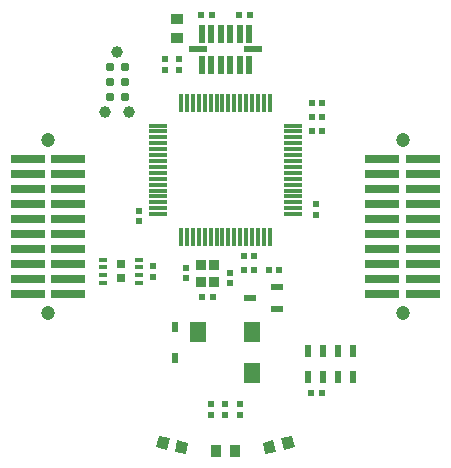
<source format=gts>
G04 #@! TF.FileFunction,Soldermask,Top*
%FSLAX46Y46*%
G04 Gerber Fmt 4.6, Leading zero omitted, Abs format (unit mm)*
G04 Created by KiCad (PCBNEW 0.201601071449+6428~40~ubuntu14.04.1-stable) date Tue 09 Feb 2016 22:19:13 GMT*
%MOMM*%
G01*
G04 APERTURE LIST*
%ADD10C,0.100000*%
%ADD11R,0.620000X0.620000*%
%ADD12R,1.000000X0.950000*%
%ADD13R,0.950000X1.000000*%
%ADD14R,0.650000X0.350000*%
%ADD15R,0.802000X0.802000*%
%ADD16R,0.550000X1.545000*%
%ADD17R,1.545000X0.550000*%
%ADD18R,0.600000X1.100000*%
%ADD19C,0.787000*%
%ADD20C,1.000000*%
%ADD21R,1.000000X0.600000*%
%ADD22R,2.920000X0.740000*%
%ADD23C,1.200000*%
%ADD24R,0.300000X1.500000*%
%ADD25R,1.500000X0.300000*%
%ADD26R,0.850000X0.950000*%
%ADD27R,1.400000X1.700000*%
%ADD28R,0.500000X0.900000*%
G04 APERTURE END LIST*
D10*
D11*
X93900000Y-103350000D03*
X93900000Y-104250000D03*
D12*
X95900000Y-82400000D03*
X95900000Y-84000000D03*
D11*
X97950000Y-82050000D03*
X98850000Y-82050000D03*
X102050000Y-82050000D03*
X101150000Y-82050000D03*
X107250000Y-114100000D03*
X108150000Y-114100000D03*
D10*
G36*
X96856494Y-118311458D02*
X96623049Y-119283828D01*
X95699298Y-119062054D01*
X95932743Y-118089684D01*
X96856494Y-118311458D01*
X96856494Y-118311458D01*
G37*
G36*
X95300702Y-117937946D02*
X95067257Y-118910316D01*
X94143506Y-118688542D01*
X94376951Y-117716172D01*
X95300702Y-117937946D01*
X95300702Y-117937946D01*
G37*
D13*
X100800000Y-119000000D03*
X99200000Y-119000000D03*
D10*
G36*
X105623049Y-117716172D02*
X105856494Y-118688542D01*
X104932743Y-118910316D01*
X104699298Y-117937946D01*
X105623049Y-117716172D01*
X105623049Y-117716172D01*
G37*
G36*
X104067257Y-118089684D02*
X104300702Y-119062054D01*
X103376951Y-119283828D01*
X103143506Y-118311458D01*
X104067257Y-118089684D01*
X104067257Y-118089684D01*
G37*
D14*
X92700000Y-104750000D03*
X92700000Y-104100000D03*
X92700000Y-103450000D03*
X92700000Y-102800000D03*
X89600000Y-102800000D03*
X89600000Y-103450000D03*
X89600000Y-104100000D03*
X89600000Y-104750000D03*
D15*
X91150000Y-104375000D03*
X91150000Y-103175000D03*
D16*
X102000000Y-83700000D03*
X101200000Y-83700000D03*
X100400000Y-83700000D03*
X99600000Y-83700000D03*
X98800000Y-83700000D03*
X98000000Y-83700000D03*
X98000000Y-86295000D03*
X98800000Y-86295000D03*
X99600000Y-86295000D03*
X100400000Y-86295000D03*
X101200000Y-86295000D03*
X102000000Y-86295000D03*
D17*
X102297500Y-85000000D03*
X97702500Y-85000000D03*
D18*
X107025000Y-112700000D03*
X108275000Y-112700000D03*
X109525000Y-112700000D03*
X110775000Y-112700000D03*
X110775000Y-110500000D03*
X109525000Y-110500000D03*
X108275000Y-110500000D03*
X107025000Y-110500000D03*
D19*
X90210000Y-86480000D03*
X91480000Y-86480000D03*
X90210000Y-87750000D03*
X91480000Y-87750000D03*
X90210000Y-89020000D03*
X91480000Y-89020000D03*
D20*
X90845000Y-85210000D03*
X89829000Y-90290000D03*
X91861000Y-90290000D03*
D21*
X104400000Y-107000000D03*
X104400000Y-105100000D03*
X102100000Y-106050000D03*
D11*
X103650000Y-103700000D03*
X104550000Y-103700000D03*
X98750000Y-115050000D03*
X98750000Y-115950000D03*
X100000000Y-115050000D03*
X100000000Y-115950000D03*
X101250000Y-115050000D03*
X101250000Y-115950000D03*
D22*
X113285000Y-94285000D03*
X116715000Y-94285000D03*
X113285000Y-95555000D03*
X116715000Y-95555000D03*
X113285000Y-96825000D03*
X116715000Y-96825000D03*
X113285000Y-98095000D03*
X116715000Y-98095000D03*
X113285000Y-99365000D03*
X116715000Y-99365000D03*
X113285000Y-100635000D03*
X116715000Y-100635000D03*
X113285000Y-101905000D03*
X116715000Y-101905000D03*
X113285000Y-103175000D03*
X116715000Y-103175000D03*
X113285000Y-104445000D03*
X116715000Y-104445000D03*
X113285000Y-105715000D03*
X116715000Y-105715000D03*
D23*
X115000000Y-107305000D03*
X115000000Y-92695000D03*
D11*
X96650000Y-104400000D03*
X96650000Y-103500000D03*
X108200000Y-90750000D03*
X107300000Y-90750000D03*
X92700000Y-98650000D03*
X92700000Y-99550000D03*
X101550000Y-103700000D03*
X102450000Y-103700000D03*
X98950000Y-106000000D03*
X98050000Y-106000000D03*
X107650000Y-99000000D03*
X107650000Y-98100000D03*
X94850000Y-85850000D03*
X94850000Y-86750000D03*
X101550000Y-102500000D03*
X102450000Y-102500000D03*
D24*
X96250000Y-100900000D03*
X96750000Y-100900000D03*
X97250000Y-100900000D03*
X97750000Y-100900000D03*
X98250000Y-100900000D03*
X98750000Y-100900000D03*
X99250000Y-100900000D03*
X99750000Y-100900000D03*
X100250000Y-100900000D03*
X100750000Y-100900000D03*
X101250000Y-100900000D03*
X101750000Y-100900000D03*
X102250000Y-100900000D03*
X102750000Y-100900000D03*
X103250000Y-100900000D03*
X103750000Y-100900000D03*
D25*
X105700000Y-98950000D03*
X105700000Y-98450000D03*
X105700000Y-97950000D03*
X105700000Y-97450000D03*
X105700000Y-96950000D03*
X105700000Y-96450000D03*
X105700000Y-95950000D03*
X105700000Y-95450000D03*
X105700000Y-94950000D03*
X105700000Y-94450000D03*
X105700000Y-93950000D03*
X105700000Y-93450000D03*
X105700000Y-92950000D03*
X105700000Y-92450000D03*
X105700000Y-91950000D03*
X105700000Y-91450000D03*
D24*
X103750000Y-89500000D03*
X103250000Y-89500000D03*
X102750000Y-89500000D03*
X102250000Y-89500000D03*
X101750000Y-89500000D03*
X101250000Y-89500000D03*
X100750000Y-89500000D03*
X100250000Y-89500000D03*
X99750000Y-89500000D03*
X99250000Y-89500000D03*
X98750000Y-89500000D03*
X98250000Y-89500000D03*
X97750000Y-89500000D03*
X97250000Y-89500000D03*
X96750000Y-89500000D03*
X96250000Y-89500000D03*
D25*
X94300000Y-91450000D03*
X94300000Y-91950000D03*
X94300000Y-92450000D03*
X94300000Y-92950000D03*
X94300000Y-93450000D03*
X94300000Y-93950000D03*
X94300000Y-94450000D03*
X94300000Y-94950000D03*
X94300000Y-95450000D03*
X94300000Y-95950000D03*
X94300000Y-96450000D03*
X94300000Y-96950000D03*
X94300000Y-97450000D03*
X94300000Y-97950000D03*
X94300000Y-98450000D03*
X94300000Y-98950000D03*
D22*
X83285000Y-94285000D03*
X86715000Y-94285000D03*
X83285000Y-95555000D03*
X86715000Y-95555000D03*
X83285000Y-96825000D03*
X86715000Y-96825000D03*
X83285000Y-98095000D03*
X86715000Y-98095000D03*
X83285000Y-99365000D03*
X86715000Y-99365000D03*
X83285000Y-100635000D03*
X86715000Y-100635000D03*
X83285000Y-101905000D03*
X86715000Y-101905000D03*
X83285000Y-103175000D03*
X86715000Y-103175000D03*
X83285000Y-104445000D03*
X86715000Y-104445000D03*
X83285000Y-105715000D03*
X86715000Y-105715000D03*
D26*
X97925000Y-103225000D03*
X97925000Y-104675000D03*
X99075000Y-104675000D03*
X99075000Y-103225000D03*
D23*
X85000000Y-107305000D03*
X85000000Y-92695000D03*
D11*
X100350000Y-104800000D03*
X100350000Y-103900000D03*
D27*
X102250000Y-108900000D03*
X97650000Y-108900000D03*
X102250000Y-112400000D03*
D11*
X108200000Y-89550000D03*
X107300000Y-89550000D03*
X96050000Y-86750000D03*
X96050000Y-85850000D03*
X107300000Y-91950000D03*
X108200000Y-91950000D03*
D28*
X95750000Y-111100000D03*
X95750000Y-108500000D03*
M02*

</source>
